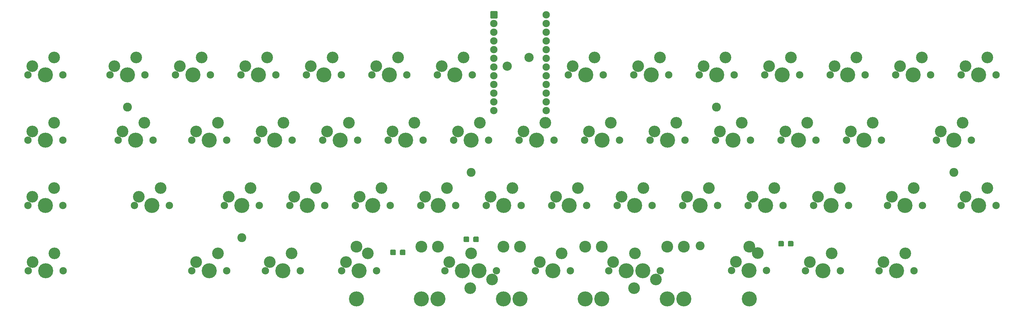
<source format=gts>
G04 #@! TF.GenerationSoftware,KiCad,Pcbnew,(5.1.10)-1*
G04 #@! TF.CreationDate,2021-12-09T13:09:40+07:00*
G04 #@! TF.ProjectId,CK50,434b3530-2e6b-4696-9361-645f70636258,rev?*
G04 #@! TF.SameCoordinates,Original*
G04 #@! TF.FileFunction,Soldermask,Top*
G04 #@! TF.FilePolarity,Negative*
%FSLAX46Y46*%
G04 Gerber Fmt 4.6, Leading zero omitted, Abs format (unit mm)*
G04 Created by KiCad (PCBNEW (5.1.10)-1) date 2021-12-09 13:09:40*
%MOMM*%
%LPD*%
G01*
G04 APERTURE LIST*
%ADD10C,4.387800*%
%ADD11C,3.448000*%
%ADD12C,2.150000*%
%ADD13C,3.400000*%
%ADD14C,2.686000*%
%ADD15C,2.152600*%
%ADD16C,2.600000*%
G04 APERTURE END LIST*
D10*
X324993000Y-176149000D03*
X301117000Y-176149000D03*
D11*
X324993000Y-160909000D03*
X301117000Y-160909000D03*
D12*
X307975000Y-167894000D03*
X318135000Y-167894000D03*
D13*
X316865000Y-170434000D03*
D10*
X313055000Y-167894000D03*
D13*
X310515000Y-172974000D03*
D10*
X372618000Y-176149000D03*
X348742000Y-176149000D03*
D11*
X372618000Y-160909000D03*
X348742000Y-160909000D03*
D12*
X355600000Y-167894000D03*
X365760000Y-167894000D03*
D13*
X364490000Y-170434000D03*
D10*
X360680000Y-167894000D03*
D13*
X358140000Y-172974000D03*
D10*
X343941400Y-176123600D03*
X367817400Y-176123600D03*
D11*
X343941400Y-160883600D03*
X367817400Y-160883600D03*
D12*
X360959400Y-167868600D03*
X350799400Y-167868600D03*
D13*
X352069400Y-165328600D03*
D10*
X355879400Y-167868600D03*
D13*
X358419400Y-162788600D03*
D10*
X296316400Y-176123600D03*
X320192400Y-176123600D03*
D11*
X296316400Y-160883600D03*
X320192400Y-160883600D03*
D12*
X313334400Y-167868600D03*
X303174400Y-167868600D03*
D13*
X304444400Y-165328600D03*
D10*
X308254400Y-167868600D03*
D13*
X310794400Y-162788600D03*
G36*
G01*
X308569000Y-159350000D02*
X308569000Y-158150000D01*
G75*
G02*
X308769000Y-157950000I200000J0D01*
G01*
X309969000Y-157950000D01*
G75*
G02*
X310169000Y-158150000I0J-200000D01*
G01*
X310169000Y-159350000D01*
G75*
G02*
X309969000Y-159550000I-200000J0D01*
G01*
X308769000Y-159550000D01*
G75*
G02*
X308569000Y-159350000I0J200000D01*
G01*
G37*
G36*
G01*
X311369000Y-159350000D02*
X311369000Y-158150000D01*
G75*
G02*
X311569000Y-157950000I200000J0D01*
G01*
X312769000Y-157950000D01*
G75*
G02*
X312969000Y-158150000I0J-200000D01*
G01*
X312969000Y-159350000D01*
G75*
G02*
X312769000Y-159550000I-200000J0D01*
G01*
X311569000Y-159550000D01*
G75*
G02*
X311369000Y-159350000I0J200000D01*
G01*
G37*
D10*
X277415344Y-176132984D03*
X391715344Y-176132984D03*
D11*
X277415344Y-160892984D03*
X391715344Y-160892984D03*
D12*
X339645344Y-167877984D03*
X329485344Y-167877984D03*
D13*
X330755344Y-165337984D03*
D10*
X334565344Y-167877984D03*
D13*
X337105344Y-162797984D03*
G36*
G01*
X400136000Y-160620000D02*
X400136000Y-159420000D01*
G75*
G02*
X400336000Y-159220000I200000J0D01*
G01*
X401536000Y-159220000D01*
G75*
G02*
X401736000Y-159420000I0J-200000D01*
G01*
X401736000Y-160620000D01*
G75*
G02*
X401536000Y-160820000I-200000J0D01*
G01*
X400336000Y-160820000D01*
G75*
G02*
X400136000Y-160620000I0J200000D01*
G01*
G37*
G36*
G01*
X402936000Y-160620000D02*
X402936000Y-159420000D01*
G75*
G02*
X403136000Y-159220000I200000J0D01*
G01*
X404336000Y-159220000D01*
G75*
G02*
X404536000Y-159420000I0J-200000D01*
G01*
X404536000Y-160620000D01*
G75*
G02*
X404336000Y-160820000I-200000J0D01*
G01*
X403136000Y-160820000D01*
G75*
G02*
X402936000Y-160620000I0J200000D01*
G01*
G37*
D12*
X396671800Y-167843200D03*
X386511800Y-167843200D03*
D13*
X387781800Y-165303200D03*
D10*
X391591800Y-167843200D03*
D13*
X394131800Y-162763200D03*
G36*
G01*
X287233000Y-163160000D02*
X287233000Y-161960000D01*
G75*
G02*
X287433000Y-161760000I200000J0D01*
G01*
X288633000Y-161760000D01*
G75*
G02*
X288833000Y-161960000I0J-200000D01*
G01*
X288833000Y-163160000D01*
G75*
G02*
X288633000Y-163360000I-200000J0D01*
G01*
X287433000Y-163360000D01*
G75*
G02*
X287233000Y-163160000I0J200000D01*
G01*
G37*
G36*
G01*
X290033000Y-163160000D02*
X290033000Y-161960000D01*
G75*
G02*
X290233000Y-161760000I200000J0D01*
G01*
X291433000Y-161760000D01*
G75*
G02*
X291633000Y-161960000I0J-200000D01*
G01*
X291633000Y-163160000D01*
G75*
G02*
X291433000Y-163360000I-200000J0D01*
G01*
X290233000Y-163360000D01*
G75*
G02*
X290033000Y-163160000I0J200000D01*
G01*
G37*
D12*
X283210000Y-167868600D03*
X273050000Y-167868600D03*
D13*
X274320000Y-165328600D03*
D10*
X278130000Y-167868600D03*
D13*
X280670000Y-162788600D03*
D12*
X261044312Y-167877984D03*
X250884312Y-167877984D03*
D13*
X252154312Y-165337984D03*
D10*
X255964312Y-167877984D03*
D13*
X258504312Y-162797984D03*
D12*
X382507808Y-148828000D03*
X372347808Y-148828000D03*
D13*
X373617808Y-146288000D03*
D10*
X377427808Y-148828000D03*
D13*
X379967808Y-143748000D03*
D12*
X363457824Y-148828000D03*
X353297824Y-148828000D03*
D13*
X354567824Y-146288000D03*
D10*
X358377824Y-148828000D03*
D13*
X360917824Y-143748000D03*
D12*
X344407840Y-148828000D03*
X334247840Y-148828000D03*
D13*
X335517840Y-146288000D03*
D10*
X339327840Y-148828000D03*
D13*
X341867840Y-143748000D03*
D12*
X372982816Y-129778016D03*
X362822816Y-129778016D03*
D13*
X364092816Y-127238016D03*
D10*
X367902816Y-129778016D03*
D13*
X370442816Y-124698016D03*
D12*
X353932832Y-129778016D03*
X343772832Y-129778016D03*
D13*
X345042832Y-127238016D03*
D10*
X348852832Y-129778016D03*
D13*
X351392832Y-124698016D03*
D12*
X334882848Y-129778016D03*
X324722848Y-129778016D03*
D13*
X325992848Y-127238016D03*
D10*
X329802848Y-129778016D03*
D13*
X332342848Y-124698016D03*
D12*
X315832864Y-129778016D03*
X305672864Y-129778016D03*
D13*
X306942864Y-127238016D03*
D10*
X310752864Y-129778016D03*
D13*
X313292864Y-124698016D03*
D12*
X325357856Y-148828000D03*
X315197856Y-148828000D03*
D13*
X316467856Y-146288000D03*
D10*
X320277856Y-148828000D03*
D13*
X322817856Y-143748000D03*
D12*
X306307872Y-148828000D03*
X296147872Y-148828000D03*
D13*
X297417872Y-146288000D03*
D10*
X301227872Y-148828000D03*
D13*
X303767872Y-143748000D03*
D12*
X401557792Y-148828000D03*
X391397792Y-148828000D03*
D13*
X392667792Y-146288000D03*
D10*
X396477792Y-148828000D03*
D13*
X399017792Y-143748000D03*
D12*
X392032800Y-129778016D03*
X381872800Y-129778016D03*
D13*
X383142800Y-127238016D03*
D10*
X386952800Y-129778016D03*
D13*
X389492800Y-124698016D03*
D12*
X411082784Y-129778016D03*
X400922784Y-129778016D03*
D13*
X402192784Y-127238016D03*
D10*
X406002784Y-129778016D03*
D13*
X408542784Y-124698016D03*
D12*
X430132768Y-129778016D03*
X419972768Y-129778016D03*
D13*
X421242768Y-127238016D03*
D10*
X425052768Y-129778016D03*
D13*
X427592768Y-124698016D03*
D12*
X420607776Y-148828000D03*
X410447776Y-148828000D03*
D13*
X411717776Y-146288000D03*
D10*
X415527776Y-148828000D03*
D13*
X418067776Y-143748000D03*
D12*
X418226528Y-167877984D03*
X408066528Y-167877984D03*
D13*
X409336528Y-165337984D03*
D10*
X413146528Y-167877984D03*
D13*
X415686528Y-162797984D03*
D12*
X439657760Y-167877984D03*
X429497760Y-167877984D03*
D13*
X430767760Y-165337984D03*
D10*
X434577760Y-167877984D03*
D13*
X437117760Y-162797984D03*
D12*
X387270304Y-110728032D03*
X377110304Y-110728032D03*
D13*
X378380304Y-108188032D03*
D10*
X382190304Y-110728032D03*
D13*
X384730304Y-105648032D03*
D12*
X442039008Y-148828000D03*
X431879008Y-148828000D03*
D13*
X433149008Y-146288000D03*
D10*
X436959008Y-148828000D03*
D13*
X439499008Y-143748000D03*
D12*
X463470240Y-148828000D03*
X453310240Y-148828000D03*
D13*
X454580240Y-146288000D03*
D10*
X458390240Y-148828000D03*
D13*
X460930240Y-143748000D03*
D12*
X456326496Y-129778016D03*
X446166496Y-129778016D03*
D13*
X447436496Y-127238016D03*
D10*
X451246496Y-129778016D03*
D13*
X453786496Y-124698016D03*
D12*
X463470240Y-110728032D03*
X453310240Y-110728032D03*
D13*
X454580240Y-108188032D03*
D10*
X458390240Y-110728032D03*
D13*
X460930240Y-105648032D03*
D12*
X444420256Y-110728032D03*
X434260256Y-110728032D03*
D13*
X435530256Y-108188032D03*
D10*
X439340256Y-110728032D03*
D13*
X441880256Y-105648032D03*
D12*
X425370272Y-110728032D03*
X415210272Y-110728032D03*
D13*
X416480272Y-108188032D03*
D10*
X420290272Y-110728032D03*
D13*
X422830272Y-105648032D03*
D12*
X406320288Y-110728032D03*
X396160288Y-110728032D03*
D13*
X397430288Y-108188032D03*
D10*
X401240288Y-110728032D03*
D13*
X403780288Y-105648032D03*
D12*
X296782880Y-129778016D03*
X286622880Y-129778016D03*
D13*
X287892880Y-127238016D03*
D10*
X291702880Y-129778016D03*
D13*
X294242880Y-124698016D03*
D12*
X287257888Y-148828000D03*
X277097888Y-148828000D03*
D13*
X278367888Y-146288000D03*
D10*
X282177888Y-148828000D03*
D13*
X284717888Y-143748000D03*
D12*
X268207904Y-148828000D03*
X258047904Y-148828000D03*
D13*
X259317904Y-146288000D03*
D10*
X263127904Y-148828000D03*
D13*
X265667904Y-143748000D03*
D14*
X327580352Y-105648032D03*
X321230352Y-108188032D03*
D12*
X368220320Y-110728032D03*
X358060320Y-110728032D03*
D13*
X359330320Y-108188032D03*
D10*
X363140320Y-110728032D03*
D13*
X365680320Y-105648032D03*
D12*
X349170336Y-110728032D03*
X339010336Y-110728032D03*
D13*
X340280336Y-108188032D03*
D10*
X344090336Y-110728032D03*
D13*
X346630336Y-105648032D03*
D12*
X311070368Y-110728032D03*
X300910368Y-110728032D03*
D13*
X302180368Y-108188032D03*
D10*
X305990368Y-110728032D03*
D13*
X308530368Y-105648032D03*
D12*
X292020384Y-110728032D03*
X281860384Y-110728032D03*
D13*
X283130384Y-108188032D03*
D10*
X286940384Y-110728032D03*
D13*
X289480384Y-105648032D03*
D12*
X277732896Y-129778016D03*
X267572896Y-129778016D03*
D13*
X268842896Y-127238016D03*
D10*
X272652896Y-129778016D03*
D13*
X275192896Y-124698016D03*
D12*
X258682912Y-129778016D03*
X248522912Y-129778016D03*
D13*
X249792912Y-127238016D03*
D10*
X253602912Y-129778016D03*
D13*
X256142912Y-124698016D03*
D12*
X272970400Y-110728032D03*
X262810400Y-110728032D03*
D13*
X264080400Y-108188032D03*
D10*
X267890400Y-110728032D03*
D13*
X270430400Y-105648032D03*
D12*
X253920416Y-110728032D03*
X243760416Y-110728032D03*
D13*
X245030416Y-108188032D03*
D10*
X248840416Y-110728032D03*
D13*
X251380416Y-105648032D03*
D12*
X249157920Y-148828000D03*
X238997920Y-148828000D03*
D13*
X240267920Y-146288000D03*
D10*
X244077920Y-148828000D03*
D13*
X246617920Y-143748000D03*
D12*
X239632928Y-129778016D03*
X229472928Y-129778016D03*
D13*
X230742928Y-127238016D03*
D10*
X234552928Y-129778016D03*
D13*
X237092928Y-124698016D03*
D12*
X234870432Y-110728032D03*
X224710432Y-110728032D03*
D13*
X225980432Y-108188032D03*
D10*
X229790432Y-110728032D03*
D13*
X232330432Y-105648032D03*
D12*
X239632928Y-167877984D03*
X229472928Y-167877984D03*
D13*
X230742928Y-165337984D03*
D10*
X234552928Y-167877984D03*
D13*
X237092928Y-162797984D03*
D12*
X222964192Y-148828000D03*
X212804192Y-148828000D03*
D13*
X214074192Y-146288000D03*
D10*
X217884192Y-148828000D03*
D13*
X220424192Y-143748000D03*
D12*
X218201696Y-129778016D03*
X208041696Y-129778016D03*
D13*
X209311696Y-127238016D03*
D10*
X213121696Y-129778016D03*
D13*
X215661696Y-124698016D03*
D12*
X215820448Y-110728032D03*
X205660448Y-110728032D03*
D13*
X206930448Y-108188032D03*
D10*
X210740448Y-110728032D03*
D13*
X213280448Y-105648032D03*
D12*
X192027816Y-167877984D03*
X181867816Y-167877984D03*
D13*
X183137816Y-165337984D03*
D10*
X186947816Y-167877984D03*
D13*
X189487816Y-162797984D03*
D12*
X192007968Y-148828000D03*
X181847968Y-148828000D03*
D13*
X183117968Y-146288000D03*
D10*
X186927968Y-148828000D03*
D13*
X189467968Y-143748000D03*
D12*
X192007968Y-129778016D03*
X181847968Y-129778016D03*
D13*
X183117968Y-127238016D03*
D10*
X186927968Y-129778016D03*
D13*
X189467968Y-124698016D03*
D12*
X192008125Y-110728125D03*
X181848125Y-110728125D03*
D13*
X183118125Y-108188125D03*
D10*
X186928125Y-110728125D03*
D13*
X189468125Y-105648125D03*
D15*
X332638400Y-93248480D03*
X317398400Y-121188480D03*
X332638400Y-95788480D03*
X332638400Y-98328480D03*
X332638400Y-100868480D03*
X332638400Y-103408480D03*
X332638400Y-105948480D03*
X332638400Y-108488480D03*
X332638400Y-111028480D03*
X332638400Y-113568480D03*
X332638400Y-116108480D03*
X332638400Y-118648480D03*
X332638400Y-121188480D03*
X317398400Y-118648480D03*
X317398400Y-116108480D03*
X317398400Y-113568480D03*
X317398400Y-111028480D03*
X317398400Y-108488480D03*
X317398400Y-105948480D03*
X317398400Y-103408480D03*
X317398400Y-100868480D03*
X317398400Y-98328480D03*
X317398400Y-95788480D03*
G36*
G01*
X316522100Y-92172180D02*
X318274700Y-92172180D01*
G75*
G02*
X318474700Y-92372180I0J-200000D01*
G01*
X318474700Y-94124780D01*
G75*
G02*
X318274700Y-94324780I-200000J0D01*
G01*
X316522100Y-94324780D01*
G75*
G02*
X316322100Y-94124780I0J200000D01*
G01*
X316322100Y-92372180D01*
G75*
G02*
X316522100Y-92172180I200000J0D01*
G01*
G37*
D16*
X382168400Y-120180100D03*
X451243700Y-139230100D03*
X377405900Y-160629600D03*
X244055900Y-158280100D03*
X210731100Y-120167400D03*
X310743600Y-139230100D03*
M02*

</source>
